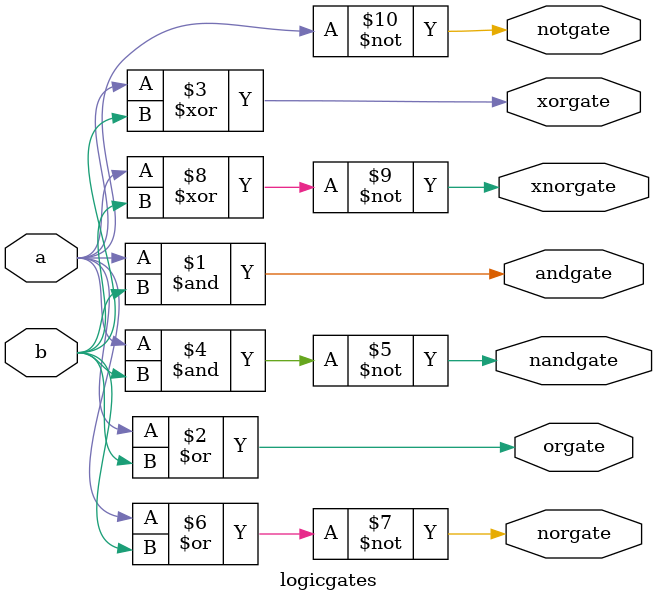
<source format=v>
module logicgates(a,b,andgate,orgate,xorgate,nandgate,norgate,xnorgate,notgate);
input a,b;
output andgate,orgate,xorgate,nandgate,norgate,xnorgate,notgate;
and(andgate,a,b);
or(orgate,a,b);
xor(xorgate,a,b);
nand(nandgate,a,b);  
nor(norgate,a,b);
xnor(xnorgate,a,b);
not(notgate,a);
endmodule


</source>
